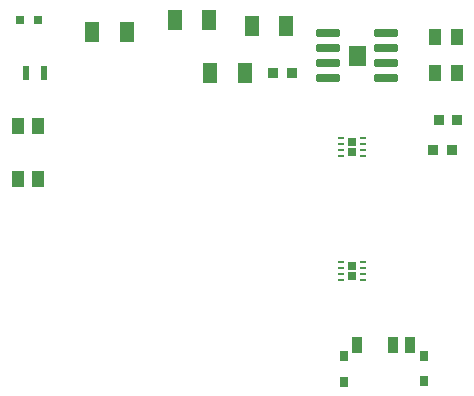
<source format=gbr>
%TF.GenerationSoftware,KiCad,Pcbnew,8.0.1*%
%TF.CreationDate,2024-03-24T23:20:46+02:00*%
%TF.ProjectId,MSHPRI017_Micro_Mouse_Subsystem,4d534850-5249-4303-9137-5f4d6963726f,rev?*%
%TF.SameCoordinates,Original*%
%TF.FileFunction,Paste,Top*%
%TF.FilePolarity,Positive*%
%FSLAX46Y46*%
G04 Gerber Fmt 4.6, Leading zero omitted, Abs format (unit mm)*
G04 Created by KiCad (PCBNEW 8.0.1) date 2024-03-24 23:20:46*
%MOMM*%
%LPD*%
G01*
G04 APERTURE LIST*
G04 Aperture macros list*
%AMRoundRect*
0 Rectangle with rounded corners*
0 $1 Rounding radius*
0 $2 $3 $4 $5 $6 $7 $8 $9 X,Y pos of 4 corners*
0 Add a 4 corners polygon primitive as box body*
4,1,4,$2,$3,$4,$5,$6,$7,$8,$9,$2,$3,0*
0 Add four circle primitives for the rounded corners*
1,1,$1+$1,$2,$3*
1,1,$1+$1,$4,$5*
1,1,$1+$1,$6,$7*
1,1,$1+$1,$8,$9*
0 Add four rect primitives between the rounded corners*
20,1,$1+$1,$2,$3,$4,$5,0*
20,1,$1+$1,$4,$5,$6,$7,0*
20,1,$1+$1,$6,$7,$8,$9,0*
20,1,$1+$1,$8,$9,$2,$3,0*%
G04 Aperture macros list end*
%ADD10C,0.010000*%
%ADD11R,1.100000X1.380000*%
%ADD12R,1.200000X1.820000*%
%ADD13R,0.900000X0.950000*%
%ADD14R,0.750000X0.650000*%
%ADD15RoundRect,0.062500X-0.187500X-0.062500X0.187500X-0.062500X0.187500X0.062500X-0.187500X0.062500X0*%
%ADD16R,0.900000X1.400000*%
%ADD17R,0.750000X0.850000*%
%ADD18R,1.000000X1.450000*%
%ADD19R,0.570000X1.200000*%
%ADD20RoundRect,0.042000X-0.943000X-0.258000X0.943000X-0.258000X0.943000X0.258000X-0.943000X0.258000X0*%
%ADD21R,0.800000X0.800000*%
G04 APERTURE END LIST*
D10*
%TO.C,U1*%
X131145000Y-55320000D02*
X129855000Y-55320000D01*
X129855000Y-53680000D01*
X131145000Y-53680000D01*
X131145000Y-55320000D01*
G36*
X131145000Y-55320000D02*
G01*
X129855000Y-55320000D01*
X129855000Y-53680000D01*
X131145000Y-53680000D01*
X131145000Y-55320000D01*
G37*
%TD*%
D11*
%TO.C,C9*%
X101774000Y-60500000D03*
X103500000Y-60500000D03*
%TD*%
D12*
%TO.C,C1*%
X115080000Y-51500000D03*
X118000000Y-51500000D03*
%TD*%
D13*
%TO.C,R3*%
X123400000Y-56000000D03*
X125000000Y-56000000D03*
%TD*%
D14*
%TO.C,MotorDriver1*%
X130050000Y-61850000D03*
X130050000Y-62650000D03*
D15*
X129100000Y-61500000D03*
X129100000Y-62000000D03*
X129100000Y-62500000D03*
X129100000Y-63000000D03*
X131000000Y-63000000D03*
X131000000Y-62500000D03*
X131000000Y-62000000D03*
X131000000Y-61500000D03*
%TD*%
D16*
%TO.C,SW1*%
X130500000Y-79000000D03*
X133500000Y-79000000D03*
X135000000Y-79000000D03*
D17*
X129375000Y-79967000D03*
X129375000Y-82117000D03*
X136125000Y-79967000D03*
X136125000Y-82092000D03*
%TD*%
D11*
%TO.C,C10*%
X101774000Y-65000000D03*
X103500000Y-65000000D03*
%TD*%
D18*
%TO.C,R1*%
X137100000Y-52950000D03*
X139000000Y-52950000D03*
%TD*%
D19*
%TO.C,D1*%
X104000000Y-56000000D03*
X102470000Y-56000000D03*
%TD*%
D12*
%TO.C,C2*%
X121580000Y-52000000D03*
X124500000Y-52000000D03*
%TD*%
%TO.C,C3*%
X118080000Y-56000000D03*
X121000000Y-56000000D03*
%TD*%
D14*
%TO.C,MotorDriver2*%
X130050000Y-72350000D03*
X130050000Y-73150000D03*
D15*
X129100000Y-72000000D03*
X129100000Y-72500000D03*
X129100000Y-73000000D03*
X129100000Y-73500000D03*
X131000000Y-73500000D03*
X131000000Y-73000000D03*
X131000000Y-72500000D03*
X131000000Y-72000000D03*
%TD*%
D20*
%TO.C,U1*%
X128025000Y-52595000D03*
X128025000Y-53865000D03*
X128025000Y-55135000D03*
X128025000Y-56405000D03*
X132975000Y-56405000D03*
X132975000Y-55135000D03*
X132975000Y-53865000D03*
X132975000Y-52595000D03*
%TD*%
D12*
%TO.C,C4*%
X108080000Y-52500000D03*
X111000000Y-52500000D03*
%TD*%
D21*
%TO.C,D2*%
X103500000Y-51500000D03*
X102000000Y-51500000D03*
%TD*%
D13*
%TO.C,R4*%
X136900000Y-62500000D03*
X138500000Y-62500000D03*
%TD*%
D18*
%TO.C,R2*%
X137100000Y-56000000D03*
X139000000Y-56000000D03*
%TD*%
D13*
%TO.C,R5*%
X137400000Y-60000000D03*
X139000000Y-60000000D03*
%TD*%
M02*

</source>
